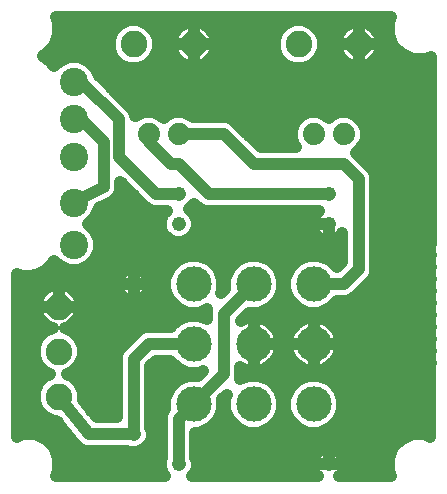
<source format=gbl>
G75*
G70*
%OFA0B0*%
%FSLAX24Y24*%
%IPPOS*%
%LPD*%
%AMOC8*
5,1,8,0,0,1.08239X$1,22.5*
%
%ADD10C,0.1181*%
%ADD11C,0.0886*%
%ADD12C,0.0945*%
%ADD13C,0.0740*%
%ADD14C,0.0476*%
%ADD15C,0.0400*%
D10*
X006802Y003302D03*
X006802Y005302D03*
X006802Y007302D03*
X008802Y007302D03*
X008802Y005302D03*
X008802Y003302D03*
X010802Y003302D03*
X010802Y005302D03*
X010802Y007302D03*
D11*
X010302Y015302D03*
X012302Y015302D03*
X006802Y015302D03*
X004802Y015302D03*
X002302Y006552D03*
X002302Y005052D03*
X002302Y003552D03*
D12*
X002802Y008602D03*
X002802Y010002D03*
X002802Y011552D03*
X002802Y012802D03*
X002802Y014052D03*
D13*
X005302Y012302D03*
X006302Y012302D03*
X010802Y012302D03*
X011802Y012302D03*
D14*
X011302Y010302D03*
X011302Y009302D03*
X006302Y009302D03*
X006302Y010302D03*
X004802Y007302D03*
X004802Y002302D03*
X006302Y001302D03*
X011302Y001302D03*
D15*
X000902Y002212D02*
X000902Y007627D01*
X001116Y007569D01*
X001388Y007569D01*
X001651Y007640D01*
X001887Y007776D01*
X002079Y007968D01*
X002145Y008082D01*
X002331Y007897D01*
X002637Y007770D01*
X002968Y007770D01*
X003274Y007897D01*
X003508Y008131D01*
X003635Y008437D01*
X003635Y008768D01*
X003508Y009074D01*
X003280Y009302D01*
X003508Y009531D01*
X003635Y009837D01*
X003635Y009842D01*
X004035Y010042D01*
X004120Y010078D01*
X004134Y010092D01*
X004152Y010101D01*
X004212Y010170D01*
X004277Y010235D01*
X004285Y010254D01*
X004298Y010270D01*
X004327Y010356D01*
X004362Y010441D01*
X004362Y010461D01*
X004369Y010481D01*
X004362Y010572D01*
X004362Y010700D01*
X005078Y009985D01*
X005235Y009828D01*
X005441Y009742D01*
X005897Y009742D01*
X005796Y009641D01*
X005705Y009421D01*
X005705Y009183D01*
X005796Y008964D01*
X005964Y008796D01*
X006183Y008705D01*
X006421Y008705D01*
X006641Y008796D01*
X006809Y008964D01*
X006900Y009183D01*
X006900Y009421D01*
X006809Y009641D01*
X006648Y009802D01*
X006809Y009964D01*
X006821Y009992D01*
X006985Y009828D01*
X007191Y009742D01*
X007414Y009742D01*
X010993Y009742D01*
X010952Y009713D01*
X010892Y009653D01*
X010842Y009584D01*
X010804Y009509D01*
X010778Y009428D01*
X010765Y009345D01*
X010765Y009303D01*
X011302Y009303D01*
X011302Y009302D01*
X011303Y009302D01*
X011303Y008765D01*
X011345Y008765D01*
X011428Y008778D01*
X011509Y008804D01*
X011584Y008842D01*
X011653Y008892D01*
X011713Y008952D01*
X011742Y008993D01*
X011742Y008034D01*
X011578Y007870D01*
X011341Y008108D01*
X010991Y008253D01*
X010613Y008253D01*
X010264Y008108D01*
X009997Y007841D01*
X009852Y007491D01*
X009852Y007113D01*
X009997Y006764D01*
X010264Y006497D01*
X010613Y006352D01*
X010991Y006352D01*
X011341Y006497D01*
X011587Y006742D01*
X011914Y006742D01*
X012120Y006828D01*
X012277Y006985D01*
X012777Y007485D01*
X012862Y007691D01*
X012862Y007914D01*
X012862Y010914D01*
X012777Y011120D01*
X012620Y011277D01*
X012214Y011683D01*
X012216Y011684D01*
X012421Y011889D01*
X012532Y012157D01*
X012532Y012448D01*
X012421Y012716D01*
X012216Y012921D01*
X011948Y013032D01*
X011657Y013032D01*
X011389Y012921D01*
X011302Y012835D01*
X011216Y012921D01*
X010948Y013032D01*
X010657Y013032D01*
X010389Y012921D01*
X010184Y012716D01*
X010072Y012448D01*
X010072Y012157D01*
X010184Y011889D01*
X010210Y011862D01*
X009034Y011862D01*
X008120Y012777D01*
X007914Y012862D01*
X007691Y012862D01*
X006775Y012862D01*
X006716Y012921D01*
X006448Y013032D01*
X006157Y013032D01*
X005889Y012921D01*
X005802Y012835D01*
X005716Y012921D01*
X005448Y013032D01*
X005157Y013032D01*
X004889Y012921D01*
X004862Y012895D01*
X004862Y012914D01*
X004777Y013120D01*
X004620Y013277D01*
X003604Y014293D01*
X003508Y014524D01*
X003274Y014758D01*
X002968Y014885D01*
X002637Y014885D01*
X002331Y014758D01*
X002136Y014563D01*
X002079Y014662D01*
X001887Y014854D01*
X001771Y014921D01*
X001865Y014960D01*
X002145Y015239D01*
X002296Y015605D01*
X002296Y016000D01*
X002212Y016202D01*
X013393Y016202D01*
X013309Y016000D01*
X013309Y015605D01*
X013460Y015239D01*
X013739Y014960D01*
X014105Y014809D01*
X014500Y014809D01*
X014701Y014892D01*
X014695Y002215D01*
X014500Y002296D01*
X014105Y002296D01*
X013739Y002145D01*
X013460Y001865D01*
X013309Y001500D01*
X013309Y001105D01*
X013393Y000902D01*
X011663Y000902D01*
X011713Y000952D01*
X011762Y001020D01*
X011801Y001096D01*
X011827Y001176D01*
X011840Y001260D01*
X011840Y001302D01*
X011303Y001302D01*
X011303Y001303D01*
X011302Y001303D01*
X011302Y001840D01*
X011260Y001840D01*
X011176Y001827D01*
X011096Y001801D01*
X011020Y001762D01*
X010952Y001713D01*
X010892Y001653D01*
X010842Y001584D01*
X010804Y001509D01*
X010778Y001428D01*
X010765Y001345D01*
X010765Y001303D01*
X011302Y001303D01*
X011302Y001302D01*
X010765Y001302D01*
X010765Y001260D01*
X010778Y001176D01*
X010804Y001096D01*
X010842Y001020D01*
X010892Y000952D01*
X010942Y000902D01*
X006748Y000902D01*
X006809Y000964D01*
X006900Y001183D01*
X006900Y001421D01*
X006862Y001512D01*
X006862Y002352D01*
X006991Y002352D01*
X007341Y002497D01*
X007608Y002764D01*
X007753Y003113D01*
X007753Y003461D01*
X007900Y003608D01*
X007852Y003491D01*
X007783Y003491D01*
X007852Y003491D02*
X007852Y003113D01*
X007997Y002764D01*
X008264Y002497D01*
X008613Y002352D01*
X008991Y002352D01*
X009341Y002497D01*
X009608Y002764D01*
X009753Y003113D01*
X009753Y003491D01*
X009852Y003491D01*
X009852Y003113D01*
X009997Y002764D01*
X010264Y002497D01*
X010613Y002352D01*
X010991Y002352D01*
X011341Y002497D01*
X011608Y002764D01*
X011753Y003113D01*
X011753Y003491D01*
X014696Y003491D01*
X014696Y003889D02*
X011560Y003889D01*
X011608Y003841D02*
X011341Y004108D01*
X010991Y004253D01*
X010613Y004253D01*
X010264Y004108D01*
X009997Y003841D01*
X009852Y003491D01*
X009753Y003491D02*
X009608Y003841D01*
X009341Y004108D01*
X008991Y004253D01*
X008613Y004253D01*
X008341Y004140D01*
X008362Y004191D01*
X008362Y004528D01*
X008408Y004502D01*
X008515Y004457D01*
X008628Y004427D01*
X008744Y004412D01*
X008802Y004412D01*
X008802Y005302D01*
X008803Y005302D01*
X008803Y005303D01*
X008802Y005303D01*
X008802Y006193D01*
X008744Y006193D01*
X008628Y006178D01*
X008515Y006147D01*
X008408Y006103D01*
X008377Y006085D01*
X008644Y006352D01*
X008991Y006352D01*
X009341Y006497D01*
X009608Y006764D01*
X009753Y007113D01*
X009753Y007491D01*
X009608Y007841D01*
X009341Y008108D01*
X008991Y008253D01*
X008613Y008253D01*
X008264Y008108D01*
X007997Y007841D01*
X007852Y007491D01*
X007852Y007144D01*
X007704Y006996D01*
X007753Y007113D01*
X007753Y007491D01*
X007608Y007841D01*
X007341Y008108D01*
X006991Y008253D01*
X006613Y008253D01*
X006264Y008108D01*
X005997Y007841D01*
X005852Y007491D01*
X005852Y007113D01*
X005997Y006764D01*
X006264Y006497D01*
X006613Y006352D01*
X006991Y006352D01*
X007263Y006464D01*
X007242Y006414D01*
X007242Y006191D01*
X007242Y006149D01*
X006991Y006253D01*
X006613Y006253D01*
X006264Y006108D01*
X006018Y005862D01*
X005191Y005862D01*
X004985Y005777D01*
X004828Y005620D01*
X004328Y005120D01*
X004242Y004914D01*
X004242Y004691D01*
X004242Y002862D01*
X003571Y002862D01*
X003105Y003445D01*
X003105Y003712D01*
X002983Y004007D01*
X002757Y004233D01*
X002590Y004302D01*
X002757Y004372D01*
X002983Y004598D01*
X003105Y004893D01*
X003105Y005212D01*
X002983Y005507D01*
X002757Y005733D01*
X002505Y005838D01*
X002542Y005847D01*
X002632Y005885D01*
X002716Y005933D01*
X002793Y005993D01*
X002862Y006061D01*
X002921Y006139D01*
X002970Y006223D01*
X003007Y006313D01*
X003033Y006407D01*
X003045Y006504D01*
X003045Y006552D01*
X002303Y006552D01*
X002303Y006553D01*
X002302Y006553D01*
X002302Y007295D01*
X002254Y007295D01*
X002157Y007283D01*
X002063Y007257D01*
X001973Y007220D01*
X001889Y007171D01*
X001811Y007112D01*
X001743Y007043D01*
X001683Y006966D01*
X001635Y006882D01*
X001597Y006792D01*
X001572Y006698D01*
X001559Y006601D01*
X001559Y006553D01*
X002302Y006553D01*
X002302Y006552D01*
X001559Y006552D01*
X001559Y006504D01*
X001572Y006407D01*
X001597Y006313D01*
X001635Y006223D01*
X001683Y006139D01*
X001743Y006061D01*
X001811Y005993D01*
X001889Y005933D01*
X001973Y005885D01*
X002063Y005847D01*
X002100Y005838D01*
X001848Y005733D01*
X001622Y005507D01*
X001499Y005212D01*
X001499Y004893D01*
X001622Y004598D01*
X001848Y004372D01*
X002015Y004302D01*
X001848Y004233D01*
X001622Y004007D01*
X001499Y003712D01*
X001499Y003393D01*
X001622Y003098D01*
X001848Y002872D01*
X002143Y002749D01*
X002228Y002749D01*
X002815Y002015D01*
X002828Y001985D01*
X002885Y001928D01*
X002935Y001866D01*
X002963Y001850D01*
X002985Y001828D01*
X003059Y001797D01*
X003130Y001758D01*
X003162Y001755D01*
X003191Y001742D01*
X003271Y001742D01*
X003351Y001734D01*
X003382Y001742D01*
X004592Y001742D01*
X004683Y001705D01*
X004921Y001705D01*
X005141Y001796D01*
X005309Y001964D01*
X005400Y002183D01*
X005400Y002421D01*
X005362Y002512D01*
X005362Y004570D01*
X005534Y004742D01*
X006018Y004742D01*
X006264Y004497D01*
X006613Y004352D01*
X006991Y004352D01*
X007108Y004400D01*
X006961Y004253D01*
X006613Y004253D01*
X006264Y004108D01*
X005997Y003841D01*
X005852Y003491D01*
X005362Y003491D01*
X005362Y003889D02*
X006045Y003889D01*
X005852Y003491D02*
X005852Y003144D01*
X005828Y003120D01*
X005742Y002914D01*
X005742Y002691D01*
X005742Y001512D01*
X005705Y001421D01*
X005705Y001183D01*
X005796Y000964D01*
X005857Y000902D01*
X002212Y000902D01*
X002296Y001105D01*
X002296Y001500D01*
X002145Y001865D01*
X001865Y002145D01*
X001500Y002296D01*
X001105Y002296D01*
X000902Y002212D01*
X000902Y002295D02*
X001102Y002295D01*
X001502Y002295D02*
X002591Y002295D01*
X002910Y001897D02*
X002113Y001897D01*
X002296Y001498D02*
X005736Y001498D01*
X005739Y001099D02*
X002294Y001099D01*
X003302Y002302D02*
X004802Y002302D01*
X004802Y004802D01*
X005302Y005302D01*
X006802Y005302D01*
X006074Y004686D02*
X005478Y004686D01*
X005362Y004288D02*
X006996Y004288D01*
X007802Y004302D02*
X007802Y006302D01*
X008802Y007302D01*
X009523Y006679D02*
X010081Y006679D01*
X009867Y007078D02*
X009738Y007078D01*
X009753Y007476D02*
X009852Y007476D01*
X010030Y007875D02*
X009574Y007875D01*
X010802Y007302D02*
X011802Y007302D01*
X012302Y007802D01*
X012302Y010802D01*
X011802Y011302D01*
X008802Y011302D01*
X007802Y012302D01*
X006302Y012302D01*
X005552Y011802D02*
X006052Y011302D01*
X006302Y011302D01*
X007302Y010302D01*
X011302Y010302D01*
X010791Y009469D02*
X006880Y009469D01*
X006853Y009070D02*
X010817Y009070D01*
X010804Y009096D02*
X010842Y009020D01*
X010892Y008952D01*
X010952Y008892D01*
X011020Y008842D01*
X011096Y008804D01*
X011176Y008778D01*
X011260Y008765D01*
X011302Y008765D01*
X011302Y009302D01*
X010765Y009302D01*
X010765Y009260D01*
X010778Y009176D01*
X010804Y009096D01*
X011302Y009070D02*
X011303Y009070D01*
X011742Y008672D02*
X003635Y008672D01*
X003567Y008273D02*
X011742Y008273D01*
X011583Y007875D02*
X011574Y007875D01*
X012370Y007078D02*
X014698Y007078D01*
X014698Y007476D02*
X012768Y007476D01*
X012862Y007875D02*
X014698Y007875D01*
X014698Y008273D02*
X012862Y008273D01*
X012862Y008672D02*
X014699Y008672D01*
X014699Y009070D02*
X012862Y009070D01*
X012862Y009469D02*
X014699Y009469D01*
X014699Y009867D02*
X012862Y009867D01*
X012862Y010266D02*
X014699Y010266D01*
X014699Y010664D02*
X012862Y010664D01*
X012801Y011063D02*
X014700Y011063D01*
X014700Y011462D02*
X012435Y011462D01*
X012392Y011860D02*
X014700Y011860D01*
X014700Y012259D02*
X012532Y012259D01*
X012446Y012657D02*
X014700Y012657D01*
X014701Y013056D02*
X004804Y013056D01*
X004442Y013454D02*
X014701Y013454D01*
X014701Y013853D02*
X004044Y013853D01*
X003645Y014251D02*
X014701Y014251D01*
X014701Y014650D02*
X012658Y014650D01*
X012632Y014635D02*
X012716Y014683D01*
X012793Y014743D01*
X012862Y014811D01*
X012921Y014889D01*
X012970Y014973D01*
X013007Y015063D01*
X013033Y015157D01*
X013045Y015254D01*
X013045Y015302D01*
X012303Y015302D01*
X012303Y015303D01*
X013045Y015303D01*
X013045Y015351D01*
X013033Y015448D01*
X013007Y015542D01*
X012970Y015632D01*
X012921Y015716D01*
X012862Y015793D01*
X012793Y015862D01*
X012716Y015921D01*
X012632Y015970D01*
X012542Y016007D01*
X012448Y016033D01*
X012351Y016045D01*
X012303Y016045D01*
X012303Y015303D01*
X012302Y015303D01*
X012302Y016045D01*
X012254Y016045D01*
X012157Y016033D01*
X012063Y016007D01*
X011973Y015970D01*
X011889Y015921D01*
X011811Y015862D01*
X011743Y015793D01*
X011683Y015716D01*
X011635Y015632D01*
X011597Y015542D01*
X011572Y015448D01*
X011559Y015351D01*
X011559Y015303D01*
X012302Y015303D01*
X012302Y015302D01*
X012303Y015302D01*
X012303Y014559D01*
X012351Y014559D01*
X012448Y014572D01*
X012542Y014597D01*
X012632Y014635D01*
X012303Y014650D02*
X012302Y014650D01*
X012302Y014559D02*
X012302Y015302D01*
X011559Y015302D01*
X011559Y015254D01*
X011572Y015157D01*
X011597Y015063D01*
X011635Y014973D01*
X011683Y014889D01*
X011743Y014811D01*
X011811Y014743D01*
X011889Y014683D01*
X011973Y014635D01*
X012063Y014597D01*
X012157Y014572D01*
X012254Y014559D01*
X012302Y014559D01*
X011947Y014650D02*
X010785Y014650D01*
X010757Y014622D02*
X010983Y014848D01*
X011105Y015143D01*
X011105Y015462D01*
X010983Y015757D01*
X010757Y015983D01*
X010462Y016105D01*
X010143Y016105D01*
X009848Y015983D01*
X009622Y015757D01*
X009499Y015462D01*
X009499Y015143D01*
X009622Y014848D01*
X009848Y014622D01*
X010143Y014499D01*
X010462Y014499D01*
X010757Y014622D01*
X011066Y015048D02*
X011603Y015048D01*
X011572Y015447D02*
X011105Y015447D01*
X010895Y015846D02*
X011795Y015846D01*
X012302Y015846D02*
X012303Y015846D01*
X012302Y015447D02*
X012303Y015447D01*
X012302Y015048D02*
X012303Y015048D01*
X013001Y015048D02*
X013651Y015048D01*
X013374Y015447D02*
X013033Y015447D01*
X012810Y015846D02*
X013309Y015846D01*
X010159Y012657D02*
X008239Y012657D01*
X008638Y012259D02*
X010072Y012259D01*
X009819Y014650D02*
X007158Y014650D01*
X007132Y014635D02*
X007216Y014683D01*
X007293Y014743D01*
X007362Y014811D01*
X007421Y014889D01*
X007470Y014973D01*
X007507Y015063D01*
X007533Y015157D01*
X007545Y015254D01*
X007545Y015302D01*
X006803Y015302D01*
X006803Y015303D01*
X007545Y015303D01*
X007545Y015351D01*
X007533Y015448D01*
X007507Y015542D01*
X007470Y015632D01*
X007421Y015716D01*
X007362Y015793D01*
X007293Y015862D01*
X007216Y015921D01*
X007132Y015970D01*
X007042Y016007D01*
X006948Y016033D01*
X006851Y016045D01*
X006803Y016045D01*
X006803Y015303D01*
X006802Y015303D01*
X006802Y016045D01*
X006754Y016045D01*
X006657Y016033D01*
X006563Y016007D01*
X006473Y015970D01*
X006389Y015921D01*
X006311Y015862D01*
X006243Y015793D01*
X006183Y015716D01*
X006135Y015632D01*
X006097Y015542D01*
X006072Y015448D01*
X006059Y015351D01*
X006059Y015303D01*
X006802Y015303D01*
X006802Y015302D01*
X006803Y015302D01*
X006803Y014559D01*
X006851Y014559D01*
X006948Y014572D01*
X007042Y014597D01*
X007132Y014635D01*
X006803Y014650D02*
X006802Y014650D01*
X006802Y014559D02*
X006802Y015302D01*
X006059Y015302D01*
X006059Y015254D01*
X006072Y015157D01*
X006097Y015063D01*
X006135Y014973D01*
X006183Y014889D01*
X006243Y014811D01*
X006311Y014743D01*
X006389Y014683D01*
X006473Y014635D01*
X006563Y014597D01*
X006657Y014572D01*
X006754Y014559D01*
X006802Y014559D01*
X006447Y014650D02*
X005285Y014650D01*
X005257Y014622D02*
X005483Y014848D01*
X005605Y015143D01*
X005605Y015462D01*
X005483Y015757D01*
X005257Y015983D01*
X004962Y016105D01*
X004643Y016105D01*
X004348Y015983D01*
X004122Y015757D01*
X003999Y015462D01*
X003999Y015143D01*
X004122Y014848D01*
X004348Y014622D01*
X004643Y014499D01*
X004962Y014499D01*
X005257Y014622D01*
X005566Y015048D02*
X006103Y015048D01*
X006072Y015447D02*
X005605Y015447D01*
X005395Y015846D02*
X006295Y015846D01*
X006802Y015846D02*
X006803Y015846D01*
X006802Y015447D02*
X006803Y015447D01*
X006802Y015048D02*
X006803Y015048D01*
X007501Y015048D02*
X009538Y015048D01*
X009499Y015447D02*
X007533Y015447D01*
X007310Y015846D02*
X009710Y015846D01*
X005552Y011802D02*
X005302Y012052D01*
X005302Y012302D01*
X004302Y012802D02*
X004302Y011552D01*
X005552Y010302D01*
X006302Y010302D01*
X006713Y009867D02*
X006945Y009867D01*
X005724Y009469D02*
X003446Y009469D01*
X003510Y009070D02*
X005751Y009070D01*
X005195Y009867D02*
X003685Y009867D01*
X003802Y010552D02*
X002802Y010052D01*
X002852Y010052D01*
X002802Y010002D01*
X003802Y010552D02*
X003802Y012052D01*
X003052Y012802D01*
X002802Y012802D01*
X002802Y014052D02*
X003052Y014052D01*
X004302Y012802D01*
X004319Y014650D02*
X003382Y014650D01*
X004038Y015048D02*
X001954Y015048D01*
X002086Y014650D02*
X002223Y014650D01*
X002231Y015447D02*
X003999Y015447D01*
X004210Y015846D02*
X002296Y015846D01*
X004362Y010664D02*
X004398Y010664D01*
X004295Y010266D02*
X004797Y010266D01*
X006030Y007875D02*
X003221Y007875D01*
X002716Y007171D02*
X002632Y007220D01*
X002542Y007257D01*
X002448Y007283D01*
X002351Y007295D01*
X002303Y007295D01*
X002303Y006553D01*
X003045Y006553D01*
X003045Y006601D01*
X003033Y006698D01*
X003007Y006792D01*
X002970Y006882D01*
X002921Y006966D01*
X002862Y007043D01*
X002793Y007112D01*
X002716Y007171D01*
X002828Y007078D02*
X004313Y007078D01*
X004304Y007096D02*
X004342Y007020D01*
X004392Y006952D01*
X004452Y006892D01*
X004520Y006842D01*
X004596Y006804D01*
X004676Y006778D01*
X004760Y006765D01*
X004802Y006765D01*
X004802Y007302D01*
X004265Y007302D01*
X004265Y007260D01*
X004278Y007176D01*
X004304Y007096D01*
X004265Y007303D02*
X004802Y007303D01*
X004802Y007840D01*
X004760Y007840D01*
X004676Y007827D01*
X004596Y007801D01*
X004520Y007762D01*
X004452Y007713D01*
X004392Y007653D01*
X004342Y007584D01*
X004304Y007509D01*
X004278Y007428D01*
X004265Y007345D01*
X004265Y007303D01*
X004293Y007476D02*
X000902Y007476D01*
X000902Y007078D02*
X001777Y007078D01*
X001570Y006679D02*
X000902Y006679D01*
X000902Y006281D02*
X001611Y006281D01*
X001980Y005882D02*
X000902Y005882D01*
X000902Y005483D02*
X001612Y005483D01*
X001499Y005085D02*
X000902Y005085D01*
X000902Y004686D02*
X001585Y004686D01*
X001980Y004288D02*
X000902Y004288D01*
X000902Y003889D02*
X001573Y003889D01*
X001499Y003491D02*
X000902Y003491D01*
X000902Y003092D02*
X001627Y003092D01*
X002272Y002694D02*
X000902Y002694D01*
X002302Y003552D02*
X003302Y002302D01*
X003388Y003092D02*
X004242Y003092D01*
X004242Y003491D02*
X003105Y003491D01*
X003032Y003889D02*
X004242Y003889D01*
X004242Y004288D02*
X002625Y004288D01*
X003020Y004686D02*
X004242Y004686D01*
X004313Y005085D02*
X003105Y005085D01*
X002993Y005483D02*
X004691Y005483D01*
X004803Y006765D02*
X004845Y006765D01*
X004928Y006778D01*
X005009Y006804D01*
X005084Y006842D01*
X005153Y006892D01*
X005213Y006952D01*
X005262Y007020D01*
X005301Y007096D01*
X005327Y007176D01*
X005340Y007260D01*
X005340Y007302D01*
X004803Y007302D01*
X004803Y007303D01*
X004802Y007303D01*
X004802Y007302D01*
X004803Y007302D01*
X004803Y006765D01*
X004802Y007078D02*
X004803Y007078D01*
X004803Y007303D02*
X005340Y007303D01*
X005340Y007345D01*
X005327Y007428D01*
X005301Y007509D01*
X005262Y007584D01*
X005213Y007653D01*
X005153Y007713D01*
X005084Y007762D01*
X005009Y007801D01*
X004928Y007827D01*
X004845Y007840D01*
X004803Y007840D01*
X004803Y007303D01*
X004802Y007476D02*
X004803Y007476D01*
X005291Y007078D02*
X005867Y007078D01*
X005852Y007476D02*
X005311Y007476D01*
X006081Y006679D02*
X003035Y006679D01*
X002994Y006281D02*
X007242Y006281D01*
X007738Y007078D02*
X007786Y007078D01*
X007753Y007476D02*
X007852Y007476D01*
X008030Y007875D02*
X007574Y007875D01*
X008572Y006281D02*
X014697Y006281D01*
X014697Y005882D02*
X011480Y005882D01*
X011473Y005891D02*
X011391Y005973D01*
X011298Y006044D01*
X011197Y006103D01*
X011089Y006147D01*
X010976Y006178D01*
X010861Y006193D01*
X010803Y006193D01*
X010803Y005303D01*
X011693Y005303D01*
X011693Y005361D01*
X011678Y005476D01*
X011647Y005589D01*
X011603Y005697D01*
X011544Y005798D01*
X011473Y005891D01*
X011676Y005483D02*
X014697Y005483D01*
X014697Y005085D02*
X011666Y005085D01*
X011678Y005128D02*
X011693Y005244D01*
X011693Y005302D01*
X010803Y005302D01*
X010803Y005303D01*
X010802Y005303D01*
X010802Y006193D01*
X010744Y006193D01*
X010628Y006178D01*
X010515Y006147D01*
X010408Y006103D01*
X010307Y006044D01*
X010214Y005973D01*
X010131Y005891D01*
X010060Y005798D01*
X010002Y005697D01*
X009957Y005589D01*
X009927Y005476D01*
X009912Y005361D01*
X009912Y005303D01*
X010802Y005303D01*
X010802Y005302D01*
X010803Y005302D01*
X010803Y004412D01*
X010861Y004412D01*
X010976Y004427D01*
X011089Y004457D01*
X011197Y004502D01*
X011298Y004560D01*
X011391Y004631D01*
X011473Y004714D01*
X011544Y004807D01*
X011603Y004908D01*
X011647Y005015D01*
X011678Y005128D01*
X011446Y004686D02*
X014697Y004686D01*
X014696Y004288D02*
X008362Y004288D01*
X008803Y004412D02*
X008861Y004412D01*
X008976Y004427D01*
X009089Y004457D01*
X009197Y004502D01*
X009298Y004560D01*
X009391Y004631D01*
X009473Y004714D01*
X009544Y004807D01*
X009603Y004908D01*
X009647Y005015D01*
X009678Y005128D01*
X009693Y005244D01*
X009693Y005302D01*
X008803Y005302D01*
X008803Y004412D01*
X008802Y004686D02*
X008803Y004686D01*
X008802Y005085D02*
X008803Y005085D01*
X008803Y005303D02*
X009693Y005303D01*
X009693Y005361D01*
X009678Y005476D01*
X009647Y005589D01*
X009603Y005697D01*
X009544Y005798D01*
X009473Y005891D01*
X009391Y005973D01*
X009298Y006044D01*
X009197Y006103D01*
X009089Y006147D01*
X008976Y006178D01*
X008861Y006193D01*
X008803Y006193D01*
X008803Y005303D01*
X008802Y005483D02*
X008803Y005483D01*
X008802Y005882D02*
X008803Y005882D01*
X009480Y005882D02*
X010125Y005882D01*
X009929Y005483D02*
X009676Y005483D01*
X009912Y005302D02*
X009912Y005244D01*
X009927Y005128D01*
X009957Y005015D01*
X010002Y004908D01*
X010060Y004807D01*
X010131Y004714D01*
X010214Y004631D01*
X010307Y004560D01*
X010408Y004502D01*
X010515Y004457D01*
X010628Y004427D01*
X010744Y004412D01*
X010802Y004412D01*
X010802Y005302D01*
X009912Y005302D01*
X009939Y005085D02*
X009666Y005085D01*
X009446Y004686D02*
X010159Y004686D01*
X010802Y004686D02*
X010803Y004686D01*
X010802Y005085D02*
X010803Y005085D01*
X010802Y005483D02*
X010803Y005483D01*
X010802Y005882D02*
X010803Y005882D01*
X011523Y006679D02*
X014698Y006679D01*
X011608Y003841D02*
X011753Y003491D01*
X011744Y003092D02*
X014696Y003092D01*
X014696Y002694D02*
X011538Y002694D01*
X011428Y001827D02*
X011345Y001840D01*
X011303Y001840D01*
X011303Y001303D01*
X011840Y001303D01*
X011840Y001345D01*
X011827Y001428D01*
X011801Y001509D01*
X011762Y001584D01*
X011713Y001653D01*
X011653Y001713D01*
X011584Y001762D01*
X011509Y001801D01*
X011428Y001827D01*
X011303Y001498D02*
X011302Y001498D01*
X010800Y001498D02*
X006868Y001498D01*
X006865Y001099D02*
X010803Y001099D01*
X011802Y001099D02*
X013311Y001099D01*
X013309Y001498D02*
X011804Y001498D01*
X013491Y001897D02*
X006862Y001897D01*
X006862Y002295D02*
X014102Y002295D01*
X014502Y002295D02*
X014695Y002295D01*
X010067Y002694D02*
X009538Y002694D01*
X009744Y003092D02*
X009861Y003092D01*
X010045Y003889D02*
X009560Y003889D01*
X008067Y002694D02*
X007538Y002694D01*
X007744Y003092D02*
X007861Y003092D01*
X006802Y003302D02*
X007802Y004302D01*
X006802Y003302D02*
X006302Y002802D01*
X006302Y001302D01*
X005742Y001897D02*
X005242Y001897D01*
X005400Y002295D02*
X005742Y002295D01*
X005742Y002694D02*
X005362Y002694D01*
X005362Y003092D02*
X005816Y003092D01*
X006038Y005882D02*
X002625Y005882D01*
X002302Y006679D02*
X002303Y006679D01*
X002302Y007078D02*
X002303Y007078D01*
X002384Y007875D02*
X001986Y007875D01*
M02*

</source>
